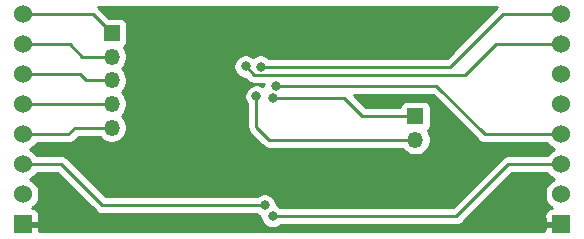
<source format=gbl>
%TF.GenerationSoftware,KiCad,Pcbnew,(5.1.10)-1*%
%TF.CreationDate,2021-11-25T10:31:52+01:00*%
%TF.ProjectId,CLIP_HOSTBOARD,434c4950-5f48-44f5-9354-424f4152442e,rev?*%
%TF.SameCoordinates,Original*%
%TF.FileFunction,Copper,L2,Bot*%
%TF.FilePolarity,Positive*%
%FSLAX46Y46*%
G04 Gerber Fmt 4.6, Leading zero omitted, Abs format (unit mm)*
G04 Created by KiCad (PCBNEW (5.1.10)-1) date 2021-11-25 10:31:52*
%MOMM*%
%LPD*%
G01*
G04 APERTURE LIST*
%TA.AperFunction,ComponentPad*%
%ADD10C,1.524000*%
%TD*%
%TA.AperFunction,ComponentPad*%
%ADD11R,1.524000X1.524000*%
%TD*%
%TA.AperFunction,ComponentPad*%
%ADD12R,1.350000X1.350000*%
%TD*%
%TA.AperFunction,ComponentPad*%
%ADD13O,1.350000X1.350000*%
%TD*%
%TA.AperFunction,ViaPad*%
%ADD14C,0.800000*%
%TD*%
%TA.AperFunction,Conductor*%
%ADD15C,0.250000*%
%TD*%
%TA.AperFunction,Conductor*%
%ADD16C,0.254000*%
%TD*%
%TA.AperFunction,Conductor*%
%ADD17C,0.100000*%
%TD*%
G04 APERTURE END LIST*
D10*
%TO.P,S1,16*%
%TO.N,HTX*%
X166426201Y-81834800D03*
%TO.P,S1,15*%
%TO.N,HRX*%
X166426201Y-84374800D03*
%TO.P,S1,14*%
%TO.N,HPYRO1*%
X166426201Y-86914800D03*
%TO.P,S1,13*%
%TO.N,HPYRO2*%
X166426201Y-89454800D03*
%TO.P,S1,12*%
%TO.N,HFREE*%
X166426201Y-91994800D03*
%TO.P,S1,11*%
%TO.N,BFREEIN1*%
X166426201Y-94534800D03*
%TO.P,S1,10*%
%TO.N,Net-(S1-Pad10)*%
X166426201Y-97074800D03*
D11*
%TO.P,S1,9*%
%TO.N,GND*%
X166426201Y-99614800D03*
%TO.P,S1,8*%
X120866201Y-99614800D03*
D10*
%TO.P,S1,7*%
%TO.N,3V3*%
X120866201Y-97074800D03*
%TO.P,S1,6*%
%TO.N,BFREEIN2*%
X120866201Y-94534800D03*
%TO.P,S1,5*%
%TO.N,MOSIFREE*%
X120866201Y-91994800D03*
%TO.P,S1,4*%
%TO.N,MISOFREE*%
X120866201Y-89454800D03*
%TO.P,S1,3*%
%TO.N,SCKFREE*%
X120866201Y-86914800D03*
%TO.P,S1,2*%
%TO.N,SDAFREE*%
X120866201Y-84374800D03*
%TO.P,S1,1*%
%TO.N,SCLFREE*%
X120866201Y-81834800D03*
%TD*%
D12*
%TO.P,J2,1*%
%TO.N,BFREEOUT1*%
X154099260Y-90472260D03*
D13*
%TO.P,J2,2*%
%TO.N,BFREEOUT2*%
X154099260Y-92472260D03*
%TD*%
D12*
%TO.P,J3,1*%
%TO.N,SCLFREE*%
X128374140Y-83423760D03*
D13*
%TO.P,J3,2*%
%TO.N,SDAFREE*%
X128374140Y-85423760D03*
%TO.P,J3,3*%
%TO.N,SCKFREE*%
X128374140Y-87423760D03*
%TO.P,J3,4*%
%TO.N,MISOFREE*%
X128374140Y-89423760D03*
%TO.P,J3,5*%
%TO.N,MOSIFREE*%
X128374140Y-91423760D03*
%TD*%
D14*
%TO.N,HRX*%
X139715240Y-86243160D03*
%TO.N,HTX*%
X140990320Y-86263480D03*
%TO.N,HFREE*%
X142262700Y-87914320D03*
%TO.N,GND*%
X136710420Y-90345260D03*
X136789160Y-93972380D03*
X149539960Y-96565720D03*
%TO.N,BFREEOUT1*%
X142074900Y-88902540D03*
%TO.N,BFREEOUT2*%
X140632180Y-88788240D03*
%TO.N,BFREEIN2*%
X141330680Y-98016060D03*
%TO.N,BFREEIN1*%
X142001240Y-98935540D03*
%TD*%
D15*
%TO.N,HRX*%
X140460561Y-86988481D02*
X158337419Y-86988481D01*
X139715240Y-86243160D02*
X140460561Y-86988481D01*
X160951100Y-84374800D02*
X166426201Y-84374800D01*
X158337419Y-86988481D02*
X160951100Y-84374800D01*
%TO.N,HTX*%
X140990320Y-86263480D02*
X157055820Y-86263480D01*
X161484500Y-81834800D02*
X166426201Y-81834800D01*
X157055820Y-86263480D02*
X161484500Y-81834800D01*
%TO.N,HFREE*%
X142262700Y-87914320D02*
X155869480Y-87914320D01*
X159949960Y-91994800D02*
X166426201Y-91994800D01*
X155869480Y-87914320D02*
X159949960Y-91994800D01*
%TO.N,BFREEOUT1*%
X142074900Y-88902540D02*
X148026120Y-88902540D01*
X149595840Y-90472260D02*
X154099260Y-90472260D01*
X148026120Y-88902540D02*
X149595840Y-90472260D01*
%TO.N,BFREEOUT2*%
X140632180Y-88788240D02*
X140632180Y-91373960D01*
X141730480Y-92472260D02*
X154099260Y-92472260D01*
X140632180Y-91373960D02*
X141730480Y-92472260D01*
%TO.N,SCLFREE*%
X126785180Y-81834800D02*
X128374140Y-83423760D01*
X120866201Y-81834800D02*
X126785180Y-81834800D01*
%TO.N,SDAFREE*%
X120866201Y-84374800D02*
X124862400Y-84374800D01*
X125911360Y-85423760D02*
X128374140Y-85423760D01*
X124862400Y-84374800D02*
X125911360Y-85423760D01*
%TO.N,SCKFREE*%
X120866201Y-86914800D02*
X125665040Y-86914800D01*
X126174000Y-87423760D02*
X128374140Y-87423760D01*
X125665040Y-86914800D02*
X126174000Y-87423760D01*
%TO.N,MISOFREE*%
X128343100Y-89454800D02*
X128374140Y-89423760D01*
X120866201Y-89454800D02*
X128343100Y-89454800D01*
%TO.N,MOSIFREE*%
X120866201Y-91994800D02*
X124720540Y-91994800D01*
X125291580Y-91423760D02*
X128374140Y-91423760D01*
X124720540Y-91994800D02*
X125291580Y-91423760D01*
%TO.N,BFREEIN2*%
X141330680Y-98016060D02*
X127584200Y-98016060D01*
X124102940Y-94534800D02*
X120866201Y-94534800D01*
X127584200Y-98016060D02*
X124102940Y-94534800D01*
%TO.N,BFREEIN1*%
X142001240Y-98935540D02*
X157568900Y-98935540D01*
X161969640Y-94534800D02*
X166426201Y-94534800D01*
X157568900Y-98935540D02*
X161969640Y-94534800D01*
%TD*%
D16*
%TO.N,GND*%
X127020401Y-98527063D02*
X127044199Y-98556061D01*
X127073197Y-98579859D01*
X127159923Y-98651034D01*
X127291953Y-98721606D01*
X127435214Y-98765063D01*
X127546867Y-98776060D01*
X127546876Y-98776060D01*
X127584199Y-98779736D01*
X127621522Y-98776060D01*
X140626969Y-98776060D01*
X140670906Y-98819997D01*
X140840424Y-98933265D01*
X140966240Y-98985380D01*
X140966240Y-99037479D01*
X141006014Y-99237438D01*
X141084035Y-99425796D01*
X141197303Y-99595314D01*
X141341466Y-99739477D01*
X141510984Y-99852745D01*
X141699342Y-99930766D01*
X141899301Y-99970540D01*
X142103179Y-99970540D01*
X142303138Y-99930766D01*
X142491496Y-99852745D01*
X142661014Y-99739477D01*
X142704951Y-99695540D01*
X157531578Y-99695540D01*
X157568900Y-99699216D01*
X157606222Y-99695540D01*
X157606233Y-99695540D01*
X157717886Y-99684543D01*
X157861147Y-99641086D01*
X157993176Y-99570514D01*
X158108901Y-99475541D01*
X158132704Y-99446537D01*
X162284442Y-95294800D01*
X165253860Y-95294800D01*
X165341081Y-95425335D01*
X165535666Y-95619920D01*
X165764474Y-95772805D01*
X165841716Y-95804800D01*
X165764474Y-95836795D01*
X165535666Y-95989680D01*
X165341081Y-96184265D01*
X165188196Y-96413073D01*
X165082887Y-96667310D01*
X165029201Y-96937208D01*
X165029201Y-97212392D01*
X165082887Y-97482290D01*
X165188196Y-97736527D01*
X165341081Y-97965335D01*
X165535666Y-98159920D01*
X165623666Y-98218720D01*
X165539719Y-98226988D01*
X165420021Y-98263298D01*
X165309707Y-98322263D01*
X165213016Y-98401615D01*
X165133664Y-98498306D01*
X165074699Y-98608620D01*
X165038389Y-98728318D01*
X165026129Y-98852800D01*
X165029201Y-99329050D01*
X165187951Y-99487800D01*
X166299201Y-99487800D01*
X166299201Y-99467800D01*
X166553201Y-99467800D01*
X166553201Y-99487800D01*
X166573201Y-99487800D01*
X166573201Y-99741800D01*
X166553201Y-99741800D01*
X166553201Y-99761800D01*
X166299201Y-99761800D01*
X166299201Y-99741800D01*
X165187951Y-99741800D01*
X165029201Y-99900550D01*
X165027334Y-100190000D01*
X122265068Y-100190000D01*
X122263201Y-99900550D01*
X122104451Y-99741800D01*
X120993201Y-99741800D01*
X120993201Y-99761800D01*
X120739201Y-99761800D01*
X120739201Y-99741800D01*
X120719201Y-99741800D01*
X120719201Y-99487800D01*
X120739201Y-99487800D01*
X120739201Y-99467800D01*
X120993201Y-99467800D01*
X120993201Y-99487800D01*
X122104451Y-99487800D01*
X122263201Y-99329050D01*
X122266273Y-98852800D01*
X122254013Y-98728318D01*
X122217703Y-98608620D01*
X122158738Y-98498306D01*
X122079386Y-98401615D01*
X121982695Y-98322263D01*
X121872381Y-98263298D01*
X121752683Y-98226988D01*
X121668736Y-98218720D01*
X121756736Y-98159920D01*
X121951321Y-97965335D01*
X122104206Y-97736527D01*
X122209515Y-97482290D01*
X122263201Y-97212392D01*
X122263201Y-96937208D01*
X122209515Y-96667310D01*
X122104206Y-96413073D01*
X121951321Y-96184265D01*
X121756736Y-95989680D01*
X121527928Y-95836795D01*
X121450686Y-95804800D01*
X121527928Y-95772805D01*
X121756736Y-95619920D01*
X121951321Y-95425335D01*
X122038542Y-95294800D01*
X123788139Y-95294800D01*
X127020401Y-98527063D01*
%TA.AperFunction,Conductor*%
D17*
G36*
X127020401Y-98527063D02*
G01*
X127044199Y-98556061D01*
X127073197Y-98579859D01*
X127159923Y-98651034D01*
X127291953Y-98721606D01*
X127435214Y-98765063D01*
X127546867Y-98776060D01*
X127546876Y-98776060D01*
X127584199Y-98779736D01*
X127621522Y-98776060D01*
X140626969Y-98776060D01*
X140670906Y-98819997D01*
X140840424Y-98933265D01*
X140966240Y-98985380D01*
X140966240Y-99037479D01*
X141006014Y-99237438D01*
X141084035Y-99425796D01*
X141197303Y-99595314D01*
X141341466Y-99739477D01*
X141510984Y-99852745D01*
X141699342Y-99930766D01*
X141899301Y-99970540D01*
X142103179Y-99970540D01*
X142303138Y-99930766D01*
X142491496Y-99852745D01*
X142661014Y-99739477D01*
X142704951Y-99695540D01*
X157531578Y-99695540D01*
X157568900Y-99699216D01*
X157606222Y-99695540D01*
X157606233Y-99695540D01*
X157717886Y-99684543D01*
X157861147Y-99641086D01*
X157993176Y-99570514D01*
X158108901Y-99475541D01*
X158132704Y-99446537D01*
X162284442Y-95294800D01*
X165253860Y-95294800D01*
X165341081Y-95425335D01*
X165535666Y-95619920D01*
X165764474Y-95772805D01*
X165841716Y-95804800D01*
X165764474Y-95836795D01*
X165535666Y-95989680D01*
X165341081Y-96184265D01*
X165188196Y-96413073D01*
X165082887Y-96667310D01*
X165029201Y-96937208D01*
X165029201Y-97212392D01*
X165082887Y-97482290D01*
X165188196Y-97736527D01*
X165341081Y-97965335D01*
X165535666Y-98159920D01*
X165623666Y-98218720D01*
X165539719Y-98226988D01*
X165420021Y-98263298D01*
X165309707Y-98322263D01*
X165213016Y-98401615D01*
X165133664Y-98498306D01*
X165074699Y-98608620D01*
X165038389Y-98728318D01*
X165026129Y-98852800D01*
X165029201Y-99329050D01*
X165187951Y-99487800D01*
X166299201Y-99487800D01*
X166299201Y-99467800D01*
X166553201Y-99467800D01*
X166553201Y-99487800D01*
X166573201Y-99487800D01*
X166573201Y-99741800D01*
X166553201Y-99741800D01*
X166553201Y-99761800D01*
X166299201Y-99761800D01*
X166299201Y-99741800D01*
X165187951Y-99741800D01*
X165029201Y-99900550D01*
X165027334Y-100190000D01*
X122265068Y-100190000D01*
X122263201Y-99900550D01*
X122104451Y-99741800D01*
X120993201Y-99741800D01*
X120993201Y-99761800D01*
X120739201Y-99761800D01*
X120739201Y-99741800D01*
X120719201Y-99741800D01*
X120719201Y-99487800D01*
X120739201Y-99487800D01*
X120739201Y-99467800D01*
X120993201Y-99467800D01*
X120993201Y-99487800D01*
X122104451Y-99487800D01*
X122263201Y-99329050D01*
X122266273Y-98852800D01*
X122254013Y-98728318D01*
X122217703Y-98608620D01*
X122158738Y-98498306D01*
X122079386Y-98401615D01*
X121982695Y-98322263D01*
X121872381Y-98263298D01*
X121752683Y-98226988D01*
X121668736Y-98218720D01*
X121756736Y-98159920D01*
X121951321Y-97965335D01*
X122104206Y-97736527D01*
X122209515Y-97482290D01*
X122263201Y-97212392D01*
X122263201Y-96937208D01*
X122209515Y-96667310D01*
X122104206Y-96413073D01*
X121951321Y-96184265D01*
X121756736Y-95989680D01*
X121527928Y-95836795D01*
X121450686Y-95804800D01*
X121527928Y-95772805D01*
X121756736Y-95619920D01*
X121951321Y-95425335D01*
X122038542Y-95294800D01*
X123788139Y-95294800D01*
X127020401Y-98527063D01*
G37*
%TD.AperFunction*%
D16*
X160944499Y-81294799D02*
X160920701Y-81323797D01*
X156741019Y-85503480D01*
X141694031Y-85503480D01*
X141650094Y-85459543D01*
X141480576Y-85346275D01*
X141292218Y-85268254D01*
X141092259Y-85228480D01*
X140888381Y-85228480D01*
X140688422Y-85268254D01*
X140500064Y-85346275D01*
X140367986Y-85434527D01*
X140205496Y-85325955D01*
X140017138Y-85247934D01*
X139817179Y-85208160D01*
X139613301Y-85208160D01*
X139413342Y-85247934D01*
X139224984Y-85325955D01*
X139055466Y-85439223D01*
X138911303Y-85583386D01*
X138798035Y-85752904D01*
X138720014Y-85941262D01*
X138680240Y-86141221D01*
X138680240Y-86345099D01*
X138720014Y-86545058D01*
X138798035Y-86733416D01*
X138911303Y-86902934D01*
X139055466Y-87047097D01*
X139224984Y-87160365D01*
X139413342Y-87238386D01*
X139613301Y-87278160D01*
X139675438Y-87278160D01*
X139896762Y-87499483D01*
X139920560Y-87528482D01*
X139949558Y-87552280D01*
X140036284Y-87623455D01*
X140132343Y-87674800D01*
X140168314Y-87694027D01*
X140311575Y-87737484D01*
X140423228Y-87748481D01*
X140423237Y-87748481D01*
X140460560Y-87752157D01*
X140497883Y-87748481D01*
X141240410Y-87748481D01*
X141227700Y-87812381D01*
X141227700Y-87941370D01*
X141122436Y-87871035D01*
X140934078Y-87793014D01*
X140734119Y-87753240D01*
X140530241Y-87753240D01*
X140330282Y-87793014D01*
X140141924Y-87871035D01*
X139972406Y-87984303D01*
X139828243Y-88128466D01*
X139714975Y-88297984D01*
X139636954Y-88486342D01*
X139597180Y-88686301D01*
X139597180Y-88890179D01*
X139636954Y-89090138D01*
X139714975Y-89278496D01*
X139828243Y-89448014D01*
X139872180Y-89491951D01*
X139872181Y-91336628D01*
X139868504Y-91373960D01*
X139883178Y-91522945D01*
X139926634Y-91666206D01*
X139997206Y-91798236D01*
X140041118Y-91851742D01*
X140092180Y-91913961D01*
X140121178Y-91937759D01*
X141166681Y-92983263D01*
X141190479Y-93012261D01*
X141306204Y-93107234D01*
X141438233Y-93177806D01*
X141581494Y-93221263D01*
X141693147Y-93232260D01*
X141693155Y-93232260D01*
X141730480Y-93235936D01*
X141767805Y-93232260D01*
X153031551Y-93232260D01*
X153081716Y-93307337D01*
X153264183Y-93489804D01*
X153478742Y-93633167D01*
X153717147Y-93731918D01*
X153970236Y-93782260D01*
X154228284Y-93782260D01*
X154481373Y-93731918D01*
X154719778Y-93633167D01*
X154934337Y-93489804D01*
X155116804Y-93307337D01*
X155260167Y-93092778D01*
X155358918Y-92854373D01*
X155409260Y-92601284D01*
X155409260Y-92343236D01*
X155358918Y-92090147D01*
X155260167Y-91851742D01*
X155138563Y-91669747D01*
X155225445Y-91598445D01*
X155304797Y-91501754D01*
X155363762Y-91391440D01*
X155400072Y-91271742D01*
X155412332Y-91147260D01*
X155412332Y-89797260D01*
X155400072Y-89672778D01*
X155363762Y-89553080D01*
X155304797Y-89442766D01*
X155225445Y-89346075D01*
X155128754Y-89266723D01*
X155018440Y-89207758D01*
X154898742Y-89171448D01*
X154774260Y-89159188D01*
X153424260Y-89159188D01*
X153299778Y-89171448D01*
X153180080Y-89207758D01*
X153069766Y-89266723D01*
X152973075Y-89346075D01*
X152893723Y-89442766D01*
X152834758Y-89553080D01*
X152798448Y-89672778D01*
X152794559Y-89712260D01*
X149910642Y-89712260D01*
X148872701Y-88674320D01*
X155554679Y-88674320D01*
X159386161Y-92505803D01*
X159409959Y-92534801D01*
X159438957Y-92558599D01*
X159525683Y-92629774D01*
X159626043Y-92683418D01*
X159657713Y-92700346D01*
X159800974Y-92743803D01*
X159912627Y-92754800D01*
X159912636Y-92754800D01*
X159949959Y-92758476D01*
X159987282Y-92754800D01*
X165253860Y-92754800D01*
X165341081Y-92885335D01*
X165535666Y-93079920D01*
X165764474Y-93232805D01*
X165841716Y-93264800D01*
X165764474Y-93296795D01*
X165535666Y-93449680D01*
X165341081Y-93644265D01*
X165253860Y-93774800D01*
X162006962Y-93774800D01*
X161969639Y-93771124D01*
X161932316Y-93774800D01*
X161932307Y-93774800D01*
X161820654Y-93785797D01*
X161677393Y-93829254D01*
X161545364Y-93899826D01*
X161429639Y-93994799D01*
X161405841Y-94023797D01*
X157254099Y-98175540D01*
X142704951Y-98175540D01*
X142661014Y-98131603D01*
X142491496Y-98018335D01*
X142365680Y-97966220D01*
X142365680Y-97914121D01*
X142325906Y-97714162D01*
X142247885Y-97525804D01*
X142134617Y-97356286D01*
X141990454Y-97212123D01*
X141820936Y-97098855D01*
X141632578Y-97020834D01*
X141432619Y-96981060D01*
X141228741Y-96981060D01*
X141028782Y-97020834D01*
X140840424Y-97098855D01*
X140670906Y-97212123D01*
X140626969Y-97256060D01*
X127899002Y-97256060D01*
X124666744Y-94023803D01*
X124642941Y-93994799D01*
X124527216Y-93899826D01*
X124395187Y-93829254D01*
X124251926Y-93785797D01*
X124140273Y-93774800D01*
X124140262Y-93774800D01*
X124102940Y-93771124D01*
X124065618Y-93774800D01*
X122038542Y-93774800D01*
X121951321Y-93644265D01*
X121756736Y-93449680D01*
X121527928Y-93296795D01*
X121450686Y-93264800D01*
X121527928Y-93232805D01*
X121756736Y-93079920D01*
X121951321Y-92885335D01*
X122038542Y-92754800D01*
X124683218Y-92754800D01*
X124720540Y-92758476D01*
X124757862Y-92754800D01*
X124757873Y-92754800D01*
X124869526Y-92743803D01*
X125012787Y-92700346D01*
X125144816Y-92629774D01*
X125260541Y-92534801D01*
X125284343Y-92505798D01*
X125606382Y-92183760D01*
X127306431Y-92183760D01*
X127356596Y-92258837D01*
X127539063Y-92441304D01*
X127753622Y-92584667D01*
X127992027Y-92683418D01*
X128245116Y-92733760D01*
X128503164Y-92733760D01*
X128756253Y-92683418D01*
X128994658Y-92584667D01*
X129209217Y-92441304D01*
X129391684Y-92258837D01*
X129535047Y-92044278D01*
X129633798Y-91805873D01*
X129684140Y-91552784D01*
X129684140Y-91294736D01*
X129633798Y-91041647D01*
X129535047Y-90803242D01*
X129391684Y-90588683D01*
X129226761Y-90423760D01*
X129391684Y-90258837D01*
X129535047Y-90044278D01*
X129633798Y-89805873D01*
X129684140Y-89552784D01*
X129684140Y-89294736D01*
X129633798Y-89041647D01*
X129535047Y-88803242D01*
X129391684Y-88588683D01*
X129226761Y-88423760D01*
X129391684Y-88258837D01*
X129535047Y-88044278D01*
X129633798Y-87805873D01*
X129684140Y-87552784D01*
X129684140Y-87294736D01*
X129633798Y-87041647D01*
X129535047Y-86803242D01*
X129391684Y-86588683D01*
X129226761Y-86423760D01*
X129391684Y-86258837D01*
X129535047Y-86044278D01*
X129633798Y-85805873D01*
X129684140Y-85552784D01*
X129684140Y-85294736D01*
X129633798Y-85041647D01*
X129535047Y-84803242D01*
X129413443Y-84621247D01*
X129500325Y-84549945D01*
X129579677Y-84453254D01*
X129638642Y-84342940D01*
X129674952Y-84223242D01*
X129687212Y-84098760D01*
X129687212Y-82748760D01*
X129674952Y-82624278D01*
X129638642Y-82504580D01*
X129579677Y-82394266D01*
X129500325Y-82297575D01*
X129403634Y-82218223D01*
X129293320Y-82159258D01*
X129173622Y-82122948D01*
X129049140Y-82110688D01*
X128135870Y-82110688D01*
X127348984Y-81323803D01*
X127325181Y-81294799D01*
X127221853Y-81210000D01*
X161047827Y-81210000D01*
X160944499Y-81294799D01*
%TA.AperFunction,Conductor*%
D17*
G36*
X160944499Y-81294799D02*
G01*
X160920701Y-81323797D01*
X156741019Y-85503480D01*
X141694031Y-85503480D01*
X141650094Y-85459543D01*
X141480576Y-85346275D01*
X141292218Y-85268254D01*
X141092259Y-85228480D01*
X140888381Y-85228480D01*
X140688422Y-85268254D01*
X140500064Y-85346275D01*
X140367986Y-85434527D01*
X140205496Y-85325955D01*
X140017138Y-85247934D01*
X139817179Y-85208160D01*
X139613301Y-85208160D01*
X139413342Y-85247934D01*
X139224984Y-85325955D01*
X139055466Y-85439223D01*
X138911303Y-85583386D01*
X138798035Y-85752904D01*
X138720014Y-85941262D01*
X138680240Y-86141221D01*
X138680240Y-86345099D01*
X138720014Y-86545058D01*
X138798035Y-86733416D01*
X138911303Y-86902934D01*
X139055466Y-87047097D01*
X139224984Y-87160365D01*
X139413342Y-87238386D01*
X139613301Y-87278160D01*
X139675438Y-87278160D01*
X139896762Y-87499483D01*
X139920560Y-87528482D01*
X139949558Y-87552280D01*
X140036284Y-87623455D01*
X140132343Y-87674800D01*
X140168314Y-87694027D01*
X140311575Y-87737484D01*
X140423228Y-87748481D01*
X140423237Y-87748481D01*
X140460560Y-87752157D01*
X140497883Y-87748481D01*
X141240410Y-87748481D01*
X141227700Y-87812381D01*
X141227700Y-87941370D01*
X141122436Y-87871035D01*
X140934078Y-87793014D01*
X140734119Y-87753240D01*
X140530241Y-87753240D01*
X140330282Y-87793014D01*
X140141924Y-87871035D01*
X139972406Y-87984303D01*
X139828243Y-88128466D01*
X139714975Y-88297984D01*
X139636954Y-88486342D01*
X139597180Y-88686301D01*
X139597180Y-88890179D01*
X139636954Y-89090138D01*
X139714975Y-89278496D01*
X139828243Y-89448014D01*
X139872180Y-89491951D01*
X139872181Y-91336628D01*
X139868504Y-91373960D01*
X139883178Y-91522945D01*
X139926634Y-91666206D01*
X139997206Y-91798236D01*
X140041118Y-91851742D01*
X140092180Y-91913961D01*
X140121178Y-91937759D01*
X141166681Y-92983263D01*
X141190479Y-93012261D01*
X141306204Y-93107234D01*
X141438233Y-93177806D01*
X141581494Y-93221263D01*
X141693147Y-93232260D01*
X141693155Y-93232260D01*
X141730480Y-93235936D01*
X141767805Y-93232260D01*
X153031551Y-93232260D01*
X153081716Y-93307337D01*
X153264183Y-93489804D01*
X153478742Y-93633167D01*
X153717147Y-93731918D01*
X153970236Y-93782260D01*
X154228284Y-93782260D01*
X154481373Y-93731918D01*
X154719778Y-93633167D01*
X154934337Y-93489804D01*
X155116804Y-93307337D01*
X155260167Y-93092778D01*
X155358918Y-92854373D01*
X155409260Y-92601284D01*
X155409260Y-92343236D01*
X155358918Y-92090147D01*
X155260167Y-91851742D01*
X155138563Y-91669747D01*
X155225445Y-91598445D01*
X155304797Y-91501754D01*
X155363762Y-91391440D01*
X155400072Y-91271742D01*
X155412332Y-91147260D01*
X155412332Y-89797260D01*
X155400072Y-89672778D01*
X155363762Y-89553080D01*
X155304797Y-89442766D01*
X155225445Y-89346075D01*
X155128754Y-89266723D01*
X155018440Y-89207758D01*
X154898742Y-89171448D01*
X154774260Y-89159188D01*
X153424260Y-89159188D01*
X153299778Y-89171448D01*
X153180080Y-89207758D01*
X153069766Y-89266723D01*
X152973075Y-89346075D01*
X152893723Y-89442766D01*
X152834758Y-89553080D01*
X152798448Y-89672778D01*
X152794559Y-89712260D01*
X149910642Y-89712260D01*
X148872701Y-88674320D01*
X155554679Y-88674320D01*
X159386161Y-92505803D01*
X159409959Y-92534801D01*
X159438957Y-92558599D01*
X159525683Y-92629774D01*
X159626043Y-92683418D01*
X159657713Y-92700346D01*
X159800974Y-92743803D01*
X159912627Y-92754800D01*
X159912636Y-92754800D01*
X159949959Y-92758476D01*
X159987282Y-92754800D01*
X165253860Y-92754800D01*
X165341081Y-92885335D01*
X165535666Y-93079920D01*
X165764474Y-93232805D01*
X165841716Y-93264800D01*
X165764474Y-93296795D01*
X165535666Y-93449680D01*
X165341081Y-93644265D01*
X165253860Y-93774800D01*
X162006962Y-93774800D01*
X161969639Y-93771124D01*
X161932316Y-93774800D01*
X161932307Y-93774800D01*
X161820654Y-93785797D01*
X161677393Y-93829254D01*
X161545364Y-93899826D01*
X161429639Y-93994799D01*
X161405841Y-94023797D01*
X157254099Y-98175540D01*
X142704951Y-98175540D01*
X142661014Y-98131603D01*
X142491496Y-98018335D01*
X142365680Y-97966220D01*
X142365680Y-97914121D01*
X142325906Y-97714162D01*
X142247885Y-97525804D01*
X142134617Y-97356286D01*
X141990454Y-97212123D01*
X141820936Y-97098855D01*
X141632578Y-97020834D01*
X141432619Y-96981060D01*
X141228741Y-96981060D01*
X141028782Y-97020834D01*
X140840424Y-97098855D01*
X140670906Y-97212123D01*
X140626969Y-97256060D01*
X127899002Y-97256060D01*
X124666744Y-94023803D01*
X124642941Y-93994799D01*
X124527216Y-93899826D01*
X124395187Y-93829254D01*
X124251926Y-93785797D01*
X124140273Y-93774800D01*
X124140262Y-93774800D01*
X124102940Y-93771124D01*
X124065618Y-93774800D01*
X122038542Y-93774800D01*
X121951321Y-93644265D01*
X121756736Y-93449680D01*
X121527928Y-93296795D01*
X121450686Y-93264800D01*
X121527928Y-93232805D01*
X121756736Y-93079920D01*
X121951321Y-92885335D01*
X122038542Y-92754800D01*
X124683218Y-92754800D01*
X124720540Y-92758476D01*
X124757862Y-92754800D01*
X124757873Y-92754800D01*
X124869526Y-92743803D01*
X125012787Y-92700346D01*
X125144816Y-92629774D01*
X125260541Y-92534801D01*
X125284343Y-92505798D01*
X125606382Y-92183760D01*
X127306431Y-92183760D01*
X127356596Y-92258837D01*
X127539063Y-92441304D01*
X127753622Y-92584667D01*
X127992027Y-92683418D01*
X128245116Y-92733760D01*
X128503164Y-92733760D01*
X128756253Y-92683418D01*
X128994658Y-92584667D01*
X129209217Y-92441304D01*
X129391684Y-92258837D01*
X129535047Y-92044278D01*
X129633798Y-91805873D01*
X129684140Y-91552784D01*
X129684140Y-91294736D01*
X129633798Y-91041647D01*
X129535047Y-90803242D01*
X129391684Y-90588683D01*
X129226761Y-90423760D01*
X129391684Y-90258837D01*
X129535047Y-90044278D01*
X129633798Y-89805873D01*
X129684140Y-89552784D01*
X129684140Y-89294736D01*
X129633798Y-89041647D01*
X129535047Y-88803242D01*
X129391684Y-88588683D01*
X129226761Y-88423760D01*
X129391684Y-88258837D01*
X129535047Y-88044278D01*
X129633798Y-87805873D01*
X129684140Y-87552784D01*
X129684140Y-87294736D01*
X129633798Y-87041647D01*
X129535047Y-86803242D01*
X129391684Y-86588683D01*
X129226761Y-86423760D01*
X129391684Y-86258837D01*
X129535047Y-86044278D01*
X129633798Y-85805873D01*
X129684140Y-85552784D01*
X129684140Y-85294736D01*
X129633798Y-85041647D01*
X129535047Y-84803242D01*
X129413443Y-84621247D01*
X129500325Y-84549945D01*
X129579677Y-84453254D01*
X129638642Y-84342940D01*
X129674952Y-84223242D01*
X129687212Y-84098760D01*
X129687212Y-82748760D01*
X129674952Y-82624278D01*
X129638642Y-82504580D01*
X129579677Y-82394266D01*
X129500325Y-82297575D01*
X129403634Y-82218223D01*
X129293320Y-82159258D01*
X129173622Y-82122948D01*
X129049140Y-82110688D01*
X128135870Y-82110688D01*
X127348984Y-81323803D01*
X127325181Y-81294799D01*
X127221853Y-81210000D01*
X161047827Y-81210000D01*
X160944499Y-81294799D01*
G37*
%TD.AperFunction*%
%TD*%
M02*

</source>
